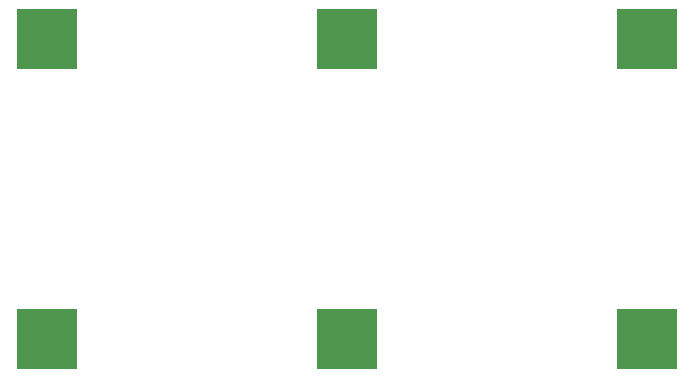
<source format=gbr>
G04 Test step and repeat 1*
G04 Repeat a crosshair 3 times in the x direction and 2 times in the Y *
G04 Handcoded by Julian Lamb *
%MOIN*%
%FSLAX23Y23*%
%SRX3Y2I1J1*%
%ADD10C,0.050*%

G04 Draw a simple square*
G36*
G01X00400Y0D02*
X00600Y0D01*
X00600Y00200D01*
X00400Y00200D01*
X00400Y0D01*
G37*

M02*

</source>
